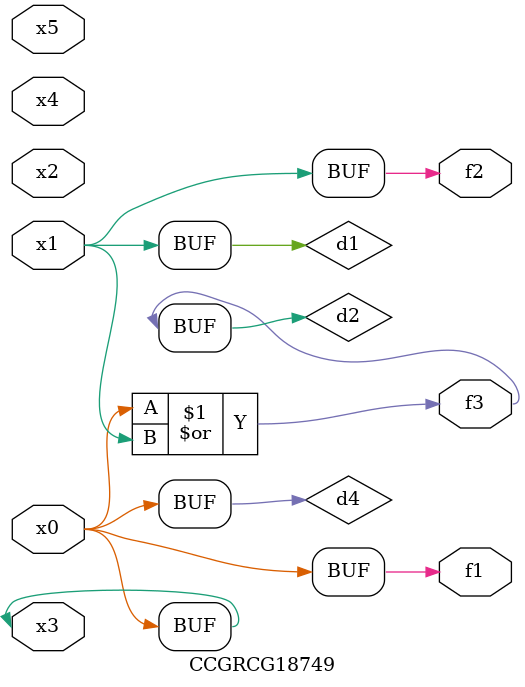
<source format=v>
module CCGRCG18749(
	input x0, x1, x2, x3, x4, x5,
	output f1, f2, f3
);

	wire d1, d2, d3, d4;

	and (d1, x1);
	or (d2, x0, x1);
	nand (d3, x0, x5);
	buf (d4, x0, x3);
	assign f1 = d4;
	assign f2 = d1;
	assign f3 = d2;
endmodule

</source>
